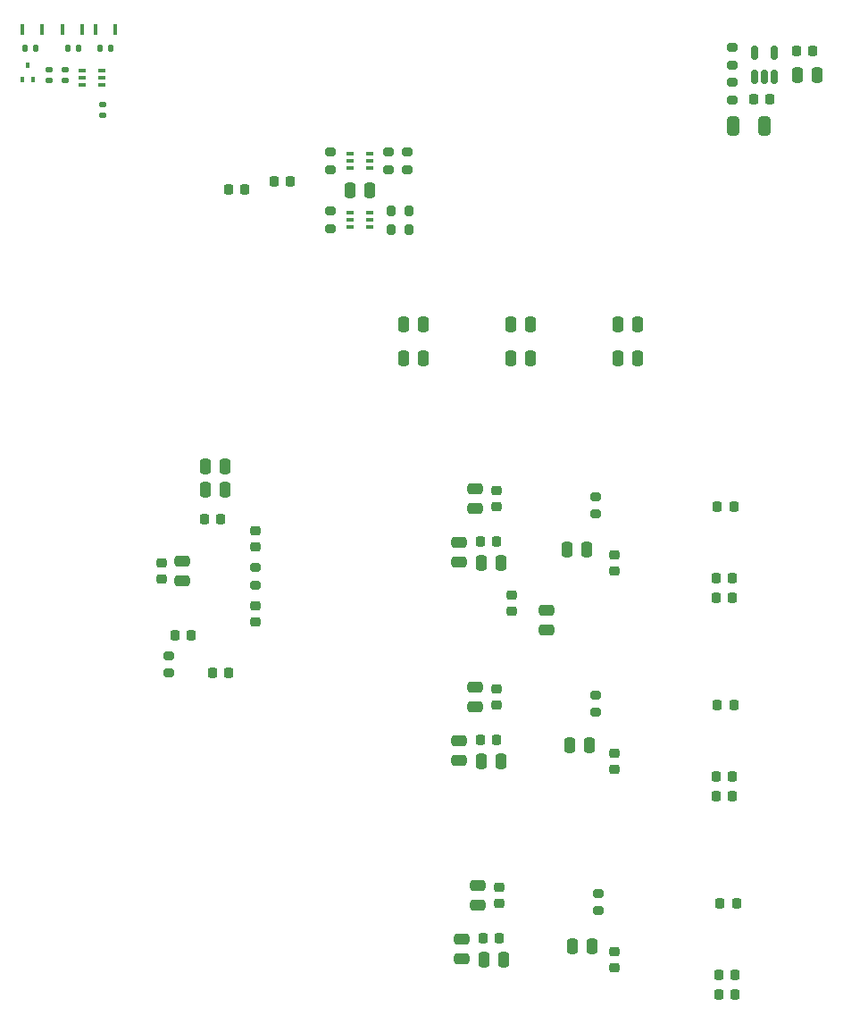
<source format=gbr>
%TF.GenerationSoftware,KiCad,Pcbnew,7.0.5*%
%TF.CreationDate,2023-06-28T17:56:54-04:00*%
%TF.ProjectId,magnetotorqer-drive-board,6d61676e-6574-46f7-946f-727165722d64,A*%
%TF.SameCoordinates,Original*%
%TF.FileFunction,Paste,Bot*%
%TF.FilePolarity,Positive*%
%FSLAX46Y46*%
G04 Gerber Fmt 4.6, Leading zero omitted, Abs format (unit mm)*
G04 Created by KiCad (PCBNEW 7.0.5) date 2023-06-28 17:56:54*
%MOMM*%
%LPD*%
G01*
G04 APERTURE LIST*
G04 Aperture macros list*
%AMRoundRect*
0 Rectangle with rounded corners*
0 $1 Rounding radius*
0 $2 $3 $4 $5 $6 $7 $8 $9 X,Y pos of 4 corners*
0 Add a 4 corners polygon primitive as box body*
4,1,4,$2,$3,$4,$5,$6,$7,$8,$9,$2,$3,0*
0 Add four circle primitives for the rounded corners*
1,1,$1+$1,$2,$3*
1,1,$1+$1,$4,$5*
1,1,$1+$1,$6,$7*
1,1,$1+$1,$8,$9*
0 Add four rect primitives between the rounded corners*
20,1,$1+$1,$2,$3,$4,$5,0*
20,1,$1+$1,$4,$5,$6,$7,0*
20,1,$1+$1,$6,$7,$8,$9,0*
20,1,$1+$1,$8,$9,$2,$3,0*%
G04 Aperture macros list end*
%ADD10RoundRect,0.225000X0.225000X0.250000X-0.225000X0.250000X-0.225000X-0.250000X0.225000X-0.250000X0*%
%ADD11RoundRect,0.250000X-0.475000X0.250000X-0.475000X-0.250000X0.475000X-0.250000X0.475000X0.250000X0*%
%ADD12RoundRect,0.200000X-0.275000X0.200000X-0.275000X-0.200000X0.275000X-0.200000X0.275000X0.200000X0*%
%ADD13RoundRect,0.200000X0.275000X-0.200000X0.275000X0.200000X-0.275000X0.200000X-0.275000X-0.200000X0*%
%ADD14R,0.400000X0.510000*%
%ADD15RoundRect,0.225000X0.250000X-0.225000X0.250000X0.225000X-0.250000X0.225000X-0.250000X-0.225000X0*%
%ADD16RoundRect,0.250000X-0.250000X-0.475000X0.250000X-0.475000X0.250000X0.475000X-0.250000X0.475000X0*%
%ADD17RoundRect,0.225000X-0.225000X-0.250000X0.225000X-0.250000X0.225000X0.250000X-0.225000X0.250000X0*%
%ADD18RoundRect,0.150000X0.150000X-0.512500X0.150000X0.512500X-0.150000X0.512500X-0.150000X-0.512500X0*%
%ADD19RoundRect,0.135000X-0.135000X-0.185000X0.135000X-0.185000X0.135000X0.185000X-0.135000X0.185000X0*%
%ADD20R,0.370000X1.000000*%
%ADD21RoundRect,0.250000X0.250000X0.475000X-0.250000X0.475000X-0.250000X-0.475000X0.250000X-0.475000X0*%
%ADD22RoundRect,0.135000X0.135000X0.185000X-0.135000X0.185000X-0.135000X-0.185000X0.135000X-0.185000X0*%
%ADD23RoundRect,0.225000X-0.250000X0.225000X-0.250000X-0.225000X0.250000X-0.225000X0.250000X0.225000X0*%
%ADD24RoundRect,0.250000X0.475000X-0.250000X0.475000X0.250000X-0.475000X0.250000X-0.475000X-0.250000X0*%
%ADD25RoundRect,0.135000X-0.185000X0.135000X-0.185000X-0.135000X0.185000X-0.135000X0.185000X0.135000X0*%
%ADD26RoundRect,0.135000X0.185000X-0.135000X0.185000X0.135000X-0.185000X0.135000X-0.185000X-0.135000X0*%
%ADD27R,0.650000X0.400000*%
%ADD28RoundRect,0.200000X0.200000X0.275000X-0.200000X0.275000X-0.200000X-0.275000X0.200000X-0.275000X0*%
%ADD29RoundRect,0.250000X0.325000X0.650000X-0.325000X0.650000X-0.325000X-0.650000X0.325000X-0.650000X0*%
%ADD30RoundRect,0.200000X-0.200000X-0.275000X0.200000X-0.275000X0.200000X0.275000X-0.200000X0.275000X0*%
G04 APERTURE END LIST*
D10*
%TO.C,C14*%
X90437000Y-113284000D03*
X88887000Y-113284000D03*
%TD*%
D11*
%TO.C,C79*%
X114046000Y-133416000D03*
X114046000Y-135316000D03*
%TD*%
D12*
%TO.C,R92*%
X138176000Y-57341000D03*
X138176000Y-58991000D03*
%TD*%
%TO.C,R85*%
X107315000Y-63945000D03*
X107315000Y-65595000D03*
%TD*%
%TO.C,R82*%
X100076000Y-63945000D03*
X100076000Y-65595000D03*
%TD*%
D13*
%TO.C,R34*%
X92964000Y-104965000D03*
X92964000Y-103315000D03*
%TD*%
D10*
%TO.C,C1*%
X91961000Y-67437000D03*
X90411000Y-67437000D03*
%TD*%
D14*
%TO.C,Q1*%
X71874000Y-57033000D03*
X70874000Y-57033000D03*
X71374000Y-55743000D03*
%TD*%
D15*
%TO.C,C24*%
X84074000Y-104407000D03*
X84074000Y-102857000D03*
%TD*%
D10*
%TO.C,C29*%
X138189000Y-104272000D03*
X136639000Y-104272000D03*
%TD*%
D16*
%TO.C,C23*%
X88204000Y-93726000D03*
X90104000Y-93726000D03*
%TD*%
D10*
%TO.C,C32*%
X138189000Y-123068000D03*
X136639000Y-123068000D03*
%TD*%
D17*
%TO.C,C72*%
X144259000Y-54356000D03*
X145809000Y-54356000D03*
%TD*%
D18*
%TO.C,U24*%
X142174000Y-56763500D03*
X141224000Y-56763500D03*
X140274000Y-56763500D03*
X140274000Y-54488500D03*
X142174000Y-54488500D03*
%TD*%
D12*
%TO.C,R86*%
X105537000Y-63945000D03*
X105537000Y-65595000D03*
%TD*%
D19*
%TO.C,R24*%
X71118000Y-54102000D03*
X72138000Y-54102000D03*
%TD*%
D20*
%TO.C,LED4*%
X79670000Y-52324000D03*
X77810000Y-52324000D03*
%TD*%
D10*
%TO.C,C73*%
X141745000Y-58928000D03*
X140195000Y-58928000D03*
%TD*%
D21*
%TO.C,C78*%
X124902000Y-139192000D03*
X123002000Y-139192000D03*
%TD*%
D11*
%TO.C,C84*%
X112522000Y-138496000D03*
X112522000Y-140396000D03*
%TD*%
%TO.C,C48*%
X113792000Y-95824000D03*
X113792000Y-97724000D03*
%TD*%
D21*
%TO.C,C41*%
X116266000Y-121666000D03*
X114366000Y-121666000D03*
%TD*%
%TO.C,C67*%
X129220000Y-83439000D03*
X127320000Y-83439000D03*
%TD*%
%TO.C,C62*%
X108900000Y-80264000D03*
X107000000Y-80264000D03*
%TD*%
D22*
%TO.C,R20*%
X76202000Y-54102000D03*
X75182000Y-54102000D03*
%TD*%
D16*
%TO.C,C71*%
X144338000Y-56642000D03*
X146238000Y-56642000D03*
%TD*%
D12*
%TO.C,R37*%
X125222000Y-115380000D03*
X125222000Y-117030000D03*
%TD*%
D23*
%TO.C,C17*%
X92964000Y-106921000D03*
X92964000Y-108471000D03*
%TD*%
D17*
%TO.C,C57*%
X136766000Y-97536000D03*
X138316000Y-97536000D03*
%TD*%
D23*
%TO.C,C46*%
X127000000Y-102095000D03*
X127000000Y-103645000D03*
%TD*%
D21*
%TO.C,C22*%
X90104000Y-95885000D03*
X88204000Y-95885000D03*
%TD*%
D13*
%TO.C,R15*%
X84773000Y-113284000D03*
X84773000Y-111634000D03*
%TD*%
D23*
%TO.C,C49*%
X115824000Y-95999000D03*
X115824000Y-97549000D03*
%TD*%
D24*
%TO.C,C25*%
X85979000Y-104582000D03*
X85979000Y-102682000D03*
%TD*%
D23*
%TO.C,C77*%
X127000000Y-139687000D03*
X127000000Y-141237000D03*
%TD*%
D21*
%TO.C,C64*%
X119060000Y-80264000D03*
X117160000Y-80264000D03*
%TD*%
D23*
%TO.C,C16*%
X92964000Y-99809000D03*
X92964000Y-101359000D03*
%TD*%
D25*
%TO.C,R27*%
X78486000Y-59434000D03*
X78486000Y-60454000D03*
%TD*%
D26*
%TO.C,R31*%
X74930000Y-57152000D03*
X74930000Y-56132000D03*
%TD*%
D27*
%TO.C,Q7*%
X101920000Y-65420000D03*
X101920000Y-64770000D03*
X101920000Y-64120000D03*
X103820000Y-64120000D03*
X103820000Y-64770000D03*
X103820000Y-65420000D03*
%TD*%
D28*
%TO.C,R84*%
X107505000Y-71247000D03*
X105855000Y-71247000D03*
%TD*%
D13*
%TO.C,R93*%
X138176000Y-55689000D03*
X138176000Y-54039000D03*
%TD*%
D17*
%TO.C,C15*%
X88125000Y-98679000D03*
X89675000Y-98679000D03*
%TD*%
%TO.C,C11*%
X136766000Y-116332000D03*
X138316000Y-116332000D03*
%TD*%
D29*
%TO.C,C74*%
X141175000Y-61468000D03*
X138225000Y-61468000D03*
%TD*%
D20*
%TO.C,LED2*%
X72685000Y-52324000D03*
X70825000Y-52324000D03*
%TD*%
D15*
%TO.C,C7*%
X117221000Y-107455000D03*
X117221000Y-105905000D03*
%TD*%
D23*
%TO.C,C80*%
X116078000Y-133591000D03*
X116078000Y-135141000D03*
%TD*%
D21*
%TO.C,C66*%
X129220000Y-80264000D03*
X127320000Y-80264000D03*
%TD*%
D17*
%TO.C,C2*%
X94729000Y-66675000D03*
X96279000Y-66675000D03*
%TD*%
D10*
%TO.C,C55*%
X138443000Y-141864000D03*
X136893000Y-141864000D03*
%TD*%
D13*
%TO.C,R89*%
X100076000Y-71183000D03*
X100076000Y-69533000D03*
%TD*%
D10*
%TO.C,C28*%
X138189000Y-106172000D03*
X136639000Y-106172000D03*
%TD*%
D12*
%TO.C,R52*%
X125222000Y-96584000D03*
X125222000Y-98234000D03*
%TD*%
D11*
%TO.C,C38*%
X113792000Y-114620000D03*
X113792000Y-116520000D03*
%TD*%
D27*
%TO.C,Q9*%
X101920000Y-71008000D03*
X101920000Y-70358000D03*
X101920000Y-69708000D03*
X103820000Y-69708000D03*
X103820000Y-70358000D03*
X103820000Y-71008000D03*
%TD*%
D25*
%TO.C,R21*%
X73406000Y-56132000D03*
X73406000Y-57152000D03*
%TD*%
D10*
%TO.C,C42*%
X115837000Y-119634000D03*
X114287000Y-119634000D03*
%TD*%
D27*
%TO.C,Q2*%
X78420000Y-56246000D03*
X78420000Y-56896000D03*
X78420000Y-57546000D03*
X76520000Y-57546000D03*
X76520000Y-56896000D03*
X76520000Y-56246000D03*
%TD*%
D10*
%TO.C,C52*%
X115837000Y-100838000D03*
X114287000Y-100838000D03*
%TD*%
%TO.C,C83*%
X116091000Y-138430000D03*
X114541000Y-138430000D03*
%TD*%
D21*
%TO.C,C47*%
X124394000Y-101600000D03*
X122494000Y-101600000D03*
%TD*%
D16*
%TO.C,C70*%
X101920000Y-67564000D03*
X103820000Y-67564000D03*
%TD*%
D20*
%TO.C,LED1*%
X76495000Y-52324000D03*
X74635000Y-52324000D03*
%TD*%
D23*
%TO.C,C39*%
X115824000Y-114795000D03*
X115824000Y-116345000D03*
%TD*%
D17*
%TO.C,C18*%
X85331000Y-109728000D03*
X86881000Y-109728000D03*
%TD*%
D10*
%TO.C,C31*%
X138189000Y-124968000D03*
X136639000Y-124968000D03*
%TD*%
D22*
%TO.C,R90*%
X79250000Y-54102000D03*
X78230000Y-54102000D03*
%TD*%
D12*
%TO.C,R95*%
X125476000Y-134176000D03*
X125476000Y-135826000D03*
%TD*%
D11*
%TO.C,C53*%
X112268000Y-100904000D03*
X112268000Y-102804000D03*
%TD*%
D21*
%TO.C,C51*%
X116266000Y-102870000D03*
X114366000Y-102870000D03*
%TD*%
D17*
%TO.C,C58*%
X137020000Y-135128000D03*
X138570000Y-135128000D03*
%TD*%
D30*
%TO.C,R88*%
X105855000Y-69469000D03*
X107505000Y-69469000D03*
%TD*%
D21*
%TO.C,C37*%
X124648000Y-120142000D03*
X122748000Y-120142000D03*
%TD*%
D11*
%TO.C,C43*%
X112268000Y-119700000D03*
X112268000Y-121600000D03*
%TD*%
D23*
%TO.C,C36*%
X127000000Y-120891000D03*
X127000000Y-122441000D03*
%TD*%
D21*
%TO.C,C65*%
X119060000Y-83439000D03*
X117160000Y-83439000D03*
%TD*%
%TO.C,C63*%
X108900000Y-83439000D03*
X107000000Y-83439000D03*
%TD*%
D10*
%TO.C,C54*%
X138443000Y-143764000D03*
X136893000Y-143764000D03*
%TD*%
D24*
%TO.C,C5*%
X120523000Y-109220000D03*
X120523000Y-107320000D03*
%TD*%
D21*
%TO.C,C82*%
X116520000Y-140462000D03*
X114620000Y-140462000D03*
%TD*%
M02*

</source>
